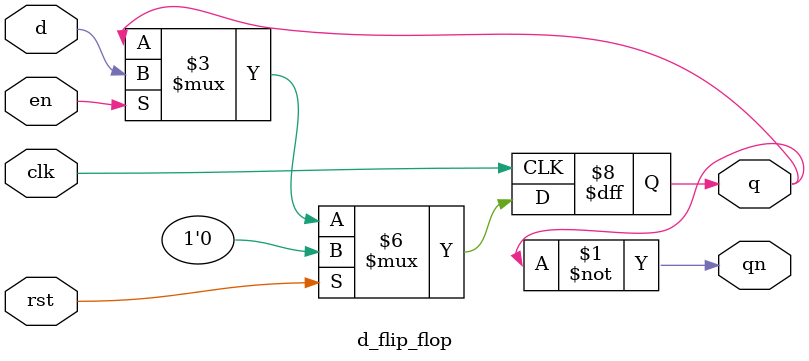
<source format=v>
module d_flip_flop(
  input d,
  input clk,
  input rst,
  input en,
  output reg q,
  output qn
);


  initial begin
    q = 1'b0;
  end

  assign qn = ~q;

  always @(posedge clk) begin
  if (rst) begin
    q <= 1'b0;
  end
  else begin
    q <= (en ? d : q);
  end
  end

endmodule
</source>
